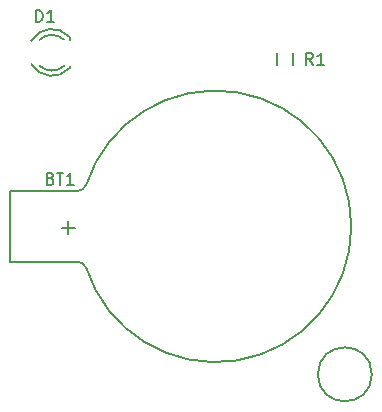
<source format=gbr>
G04 #@! TF.FileFunction,Legend,Top*
%FSLAX46Y46*%
G04 Gerber Fmt 4.6, Leading zero omitted, Abs format (unit mm)*
G04 Created by KiCad (PCBNEW no-vcs-found-undefined) date Sun Oct 23 13:20:11 2016*
%MOMM*%
%LPD*%
G01*
G04 APERTURE LIST*
%ADD10C,0.100000*%
%ADD11C,0.150000*%
G04 APERTURE END LIST*
D10*
D11*
X126590001Y-92075074D02*
X132290001Y-92075074D01*
X126590001Y-92075074D02*
X126590001Y-86075074D01*
X126590001Y-86075074D02*
X132290001Y-86075074D01*
X133041755Y-85548690D02*
G75*
G02X132290001Y-86075074I-751754J273616D01*
G01*
X155485672Y-89120355D02*
G75*
G03X133040001Y-85575074I-11495671J45281D01*
G01*
X133041755Y-92601458D02*
G75*
G03X132290001Y-92075074I-751754J-273616D01*
G01*
X155485672Y-89029793D02*
G75*
G02X133040001Y-92575074I-11495671J-45281D01*
G01*
X131152889Y-73261747D02*
G75*
G03X129105000Y-73281000I-1013889J-1079253D01*
G01*
X131626220Y-73034274D02*
G75*
G03X128389000Y-73381000I-1497220J-1306726D01*
G01*
X129086994Y-75474068D02*
G75*
G03X131190000Y-75475000I1052006J1133068D01*
G01*
X128411256Y-75344643D02*
G75*
G03X131639000Y-75661000I1727744J1003643D01*
G01*
X131639000Y-75655000D02*
X131639000Y-75475000D01*
X131639000Y-73061000D02*
X131639000Y-73261000D01*
X149185000Y-75430000D02*
X149185000Y-74430000D01*
X150535000Y-74430000D02*
X150535000Y-75430000D01*
X157226000Y-101600000D02*
G75*
G03X157226000Y-101600000I-2286000J0D01*
G01*
X130024285Y-85018571D02*
X130167142Y-85066190D01*
X130214761Y-85113809D01*
X130262380Y-85209047D01*
X130262380Y-85351904D01*
X130214761Y-85447142D01*
X130167142Y-85494761D01*
X130071904Y-85542380D01*
X129690952Y-85542380D01*
X129690952Y-84542380D01*
X130024285Y-84542380D01*
X130119523Y-84590000D01*
X130167142Y-84637619D01*
X130214761Y-84732857D01*
X130214761Y-84828095D01*
X130167142Y-84923333D01*
X130119523Y-84970952D01*
X130024285Y-85018571D01*
X129690952Y-85018571D01*
X130548095Y-84542380D02*
X131119523Y-84542380D01*
X130833809Y-85542380D02*
X130833809Y-84542380D01*
X131976666Y-85542380D02*
X131405238Y-85542380D01*
X131690952Y-85542380D02*
X131690952Y-84542380D01*
X131595714Y-84685238D01*
X131500476Y-84780476D01*
X131405238Y-84828095D01*
X130968572Y-89182216D02*
X132111429Y-89182216D01*
X131540001Y-89753645D02*
X131540001Y-88610788D01*
X128791904Y-71767380D02*
X128791904Y-70767380D01*
X129030000Y-70767380D01*
X129172857Y-70815000D01*
X129268095Y-70910238D01*
X129315714Y-71005476D01*
X129363333Y-71195952D01*
X129363333Y-71338809D01*
X129315714Y-71529285D01*
X129268095Y-71624523D01*
X129172857Y-71719761D01*
X129030000Y-71767380D01*
X128791904Y-71767380D01*
X130315714Y-71767380D02*
X129744285Y-71767380D01*
X130030000Y-71767380D02*
X130030000Y-70767380D01*
X129934761Y-70910238D01*
X129839523Y-71005476D01*
X129744285Y-71053095D01*
X152233333Y-75382380D02*
X151900000Y-74906190D01*
X151661904Y-75382380D02*
X151661904Y-74382380D01*
X152042857Y-74382380D01*
X152138095Y-74430000D01*
X152185714Y-74477619D01*
X152233333Y-74572857D01*
X152233333Y-74715714D01*
X152185714Y-74810952D01*
X152138095Y-74858571D01*
X152042857Y-74906190D01*
X151661904Y-74906190D01*
X153185714Y-75382380D02*
X152614285Y-75382380D01*
X152900000Y-75382380D02*
X152900000Y-74382380D01*
X152804761Y-74525238D01*
X152709523Y-74620476D01*
X152614285Y-74668095D01*
M02*

</source>
